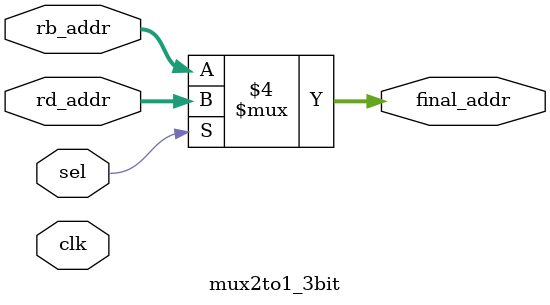
<source format=sv>
module mux2to1_3bit (
    input clk,
    input [2:0] rd_addr,
    input [2:0] rb_addr,
    input sel,
    output [2:0] final_addr
    ); 
    reg [2:0] final_addr;

    always @(rd_addr,rb_addr,final_addr, sel)
    begin
        if(sel == 0) 
            final_addr = rb_addr; 
        else
            final_addr = rd_addr;
    end
    
endmodule
</source>
